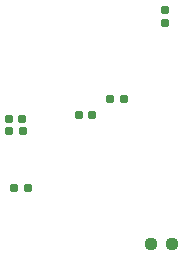
<source format=gbr>
%TF.GenerationSoftware,KiCad,Pcbnew,7.0.5*%
%TF.CreationDate,2024-01-17T11:16:08-05:00*%
%TF.ProjectId,MCU,4d43552e-6b69-4636-9164-5f7063625858,rev?*%
%TF.SameCoordinates,Original*%
%TF.FileFunction,Paste,Bot*%
%TF.FilePolarity,Positive*%
%FSLAX46Y46*%
G04 Gerber Fmt 4.6, Leading zero omitted, Abs format (unit mm)*
G04 Created by KiCad (PCBNEW 7.0.5) date 2024-01-17 11:16:08*
%MOMM*%
%LPD*%
G01*
G04 APERTURE LIST*
G04 Aperture macros list*
%AMRoundRect*
0 Rectangle with rounded corners*
0 $1 Rounding radius*
0 $2 $3 $4 $5 $6 $7 $8 $9 X,Y pos of 4 corners*
0 Add a 4 corners polygon primitive as box body*
4,1,4,$2,$3,$4,$5,$6,$7,$8,$9,$2,$3,0*
0 Add four circle primitives for the rounded corners*
1,1,$1+$1,$2,$3*
1,1,$1+$1,$4,$5*
1,1,$1+$1,$6,$7*
1,1,$1+$1,$8,$9*
0 Add four rect primitives between the rounded corners*
20,1,$1+$1,$2,$3,$4,$5,0*
20,1,$1+$1,$4,$5,$6,$7,0*
20,1,$1+$1,$6,$7,$8,$9,0*
20,1,$1+$1,$8,$9,$2,$3,0*%
G04 Aperture macros list end*
%ADD10RoundRect,0.155000X0.212500X0.155000X-0.212500X0.155000X-0.212500X-0.155000X0.212500X-0.155000X0*%
%ADD11RoundRect,0.160000X0.197500X0.160000X-0.197500X0.160000X-0.197500X-0.160000X0.197500X-0.160000X0*%
%ADD12RoundRect,0.155000X0.155000X-0.212500X0.155000X0.212500X-0.155000X0.212500X-0.155000X-0.212500X0*%
%ADD13RoundRect,0.160000X-0.197500X-0.160000X0.197500X-0.160000X0.197500X0.160000X-0.197500X0.160000X0*%
%ADD14RoundRect,0.155000X-0.212500X-0.155000X0.212500X-0.155000X0.212500X0.155000X-0.212500X0.155000X0*%
%ADD15RoundRect,0.237500X-0.250000X-0.237500X0.250000X-0.237500X0.250000X0.237500X-0.250000X0.237500X0*%
G04 APERTURE END LIST*
D10*
%TO.C,C6*%
X143487500Y-104158621D03*
X142352500Y-104158621D03*
%TD*%
%TO.C,C5*%
X148957500Y-97968621D03*
X147822500Y-97968621D03*
%TD*%
D11*
%TO.C,R21*%
X151657500Y-96688621D03*
X150462500Y-96688621D03*
%TD*%
D12*
%TO.C,C16*%
X155090000Y-90236121D03*
X155090000Y-89101121D03*
%TD*%
D13*
%TO.C,R10*%
X141852500Y-99368621D03*
X143047500Y-99368621D03*
%TD*%
D14*
%TO.C,C15*%
X141882500Y-98358621D03*
X143017500Y-98358621D03*
%TD*%
D15*
%TO.C,R20*%
X153875000Y-108948621D03*
X155700000Y-108948621D03*
%TD*%
M02*

</source>
